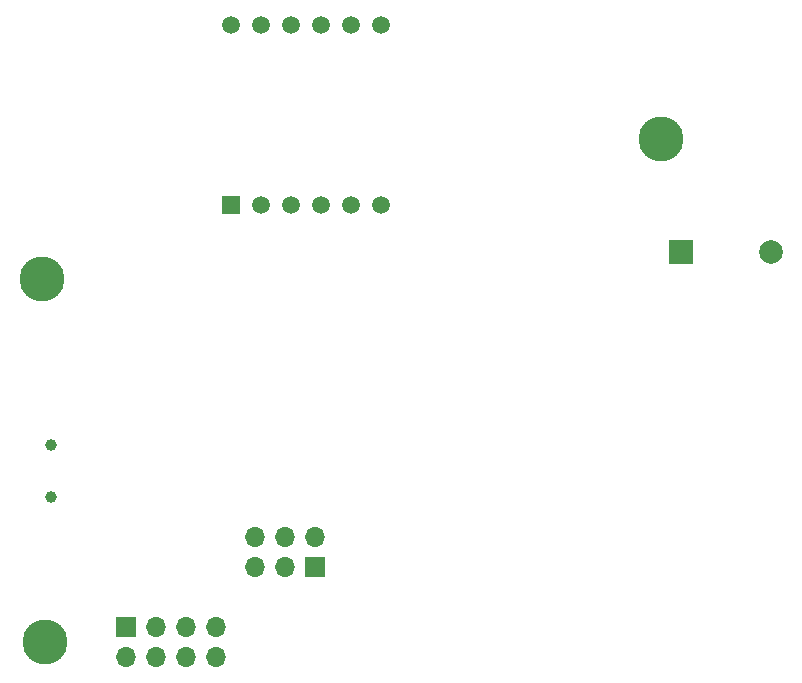
<source format=gbr>
%TF.GenerationSoftware,KiCad,Pcbnew,7.0.2*%
%TF.CreationDate,2023-04-20T12:49:32-06:00*%
%TF.ProjectId,Phase_B_KiCad_Bryce,50686173-655f-4425-9f4b-694361645f42,rev?*%
%TF.SameCoordinates,Original*%
%TF.FileFunction,Soldermask,Bot*%
%TF.FilePolarity,Negative*%
%FSLAX46Y46*%
G04 Gerber Fmt 4.6, Leading zero omitted, Abs format (unit mm)*
G04 Created by KiCad (PCBNEW 7.0.2) date 2023-04-20 12:49:32*
%MOMM*%
%LPD*%
G01*
G04 APERTURE LIST*
%ADD10C,3.800000*%
%ADD11R,2.000000X2.000000*%
%ADD12C,2.000000*%
%ADD13R,1.700000X1.700000*%
%ADD14O,1.700000X1.700000*%
%ADD15C,1.000000*%
%ADD16R,1.500000X1.500000*%
%ADD17C,1.500000*%
G04 APERTURE END LIST*
D10*
%TO.C,REF\u002A\u002A*%
X118174108Y-33331284D03*
%TD*%
%TO.C,REF\u002A\u002A*%
X66001283Y-75910154D03*
%TD*%
%TO.C,REF\u002A\u002A*%
X65708950Y-45160364D03*
%TD*%
D11*
%TO.C,LS1*%
X119860000Y-42890000D03*
D12*
X127460000Y-42890000D03*
%TD*%
D13*
%TO.C,J4*%
X72870000Y-74620000D03*
D14*
X72870000Y-77160000D03*
X75410000Y-74620000D03*
X75410000Y-77160000D03*
X77950000Y-74620000D03*
X77950000Y-77160000D03*
X80490000Y-74620000D03*
X80490000Y-77160000D03*
%TD*%
D13*
%TO.C,J2*%
X88832554Y-69540000D03*
D14*
X88832554Y-67000000D03*
X86292554Y-69540000D03*
X86292554Y-67000000D03*
X83752554Y-69540000D03*
X83752554Y-67000000D03*
%TD*%
D15*
%TO.C,J1*%
X66510000Y-59196883D03*
X66510000Y-63596883D03*
%TD*%
D16*
%TO.C,U1*%
X81750000Y-38937500D03*
D17*
X84290000Y-38937500D03*
X86830000Y-38937500D03*
X89370000Y-38937500D03*
X91910000Y-38937500D03*
X94450000Y-38937500D03*
X94450000Y-23697500D03*
X91910000Y-23697500D03*
X89370000Y-23697500D03*
X86830000Y-23697500D03*
X84290000Y-23697500D03*
X81750000Y-23697500D03*
%TD*%
M02*

</source>
